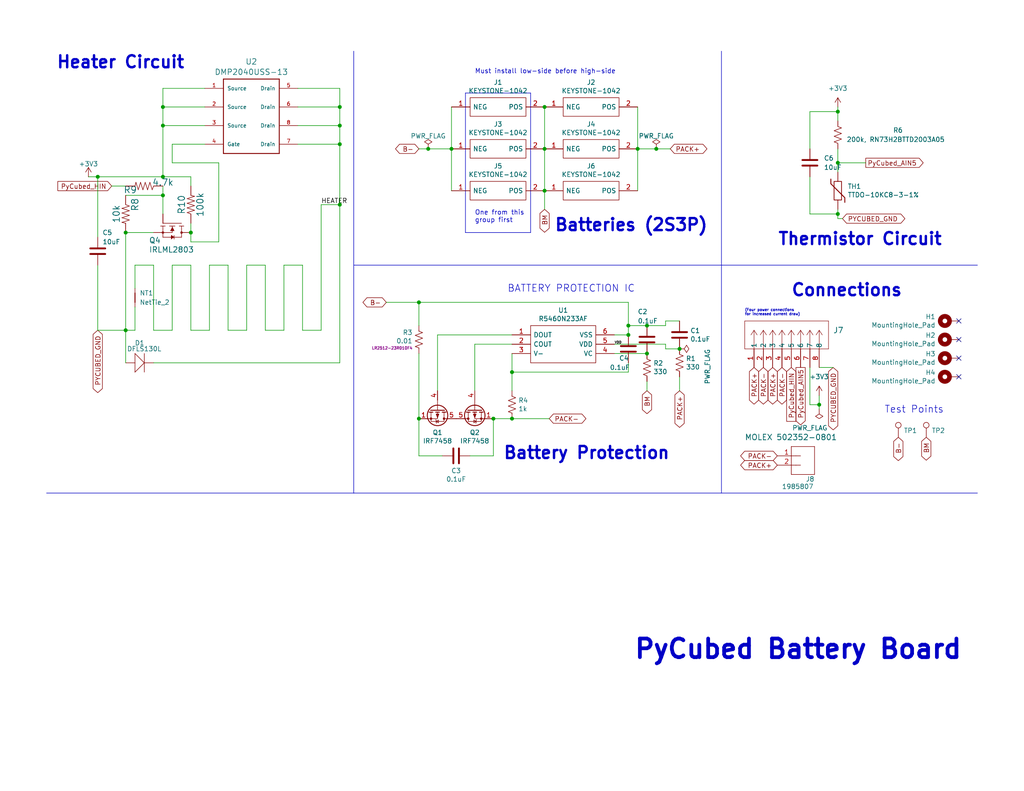
<source format=kicad_sch>
(kicad_sch (version 20231120) (generator "eeschema") (generator_version "8.0")
  (paper "USLetter")
  (title_block (title "PyCubed Battery Board") (date "2024-05-07") (rev "Ver. 2B") (company "SSI") (comment 1 "Original design by Max Holliday, edited by Grant Regen and Sage Wu"))
  (lib_symbols
    (symbol "Connector:TestPoint" (pin_numbers hide) (pin_names (offset 0.762) hide)
      (property "Reference" "TP" (at 0 6.858 0))
      (property "Value" "TestPoint" (at 0 5.08 0))
      (symbol "TestPoint_0_1"
        (circle (center 0 3.302) (radius 0.762))
      )
      (symbol "TestPoint_1_1"
        (pin passive line (at 0 0 90) (length 2.54) (name "1") (number "1"))
      )
    )
    (symbol "Device:C" (pin_numbers hide) (pin_names (offset 0.254))
      (property "Reference" "C" (at 0.635 2.54 0))
      (property "Value" "C" (at 0.635 -2.54 0))
      (symbol "C_0_1"
        (polyline (pts (xy -2.032 -0.762) (xy 2.032 -0.762)) (stroke (width 0.508)))
        (polyline (pts (xy -2.032 0.762) (xy 2.032 0.762)) (stroke (width 0.508)))
      )
      (symbol "C_1_1"
        (pin passive line (at 0 3.81 270) (length 2.794) (name "~") (number "1"))
        (pin passive line (at 0 -3.81 90) (length 2.794) (name "~") (number "2"))
      )
    )
    (symbol "Device:NetTie_2" (pin_numbers hide) (pin_names (offset 0) hide) (in_bom no)
      (property "Reference" "NT" (at 0 1.27 0))
      (property "Value" "NetTie_2" (at 0 -1.27 0))
      (symbol "NetTie_2_0_1"
        (polyline (pts (xy -1.27 0) (xy 1.27 0)) (stroke (width 0.254)))
      )
      (symbol "NetTie_2_1_1"
        (pin passive line (at -2.54 0 0) (length 2.54) (name "1") (number "1"))
        (pin passive line (at 2.54 0 180) (length 2.54) (name "2") (number "2"))
      )
    )
    (symbol "Device:R_US" (pin_numbers hide) (pin_names (offset 0))
      (property "Reference" "R" (at 2.54 0 90))
      (property "Value" "R_US" (at -2.54 0 90))
      (symbol "R_US_0_1"
        (polyline (pts (xy 0 -2.286) (xy 0 -2.54)))
        (polyline (pts (xy 0 2.286) (xy 0 2.54)))
        (polyline (pts (xy 0 -0.762) (xy 1.016 -1.143) (xy 0 -1.524) (xy -1.016 -1.905) (xy 0 -2.286)))
        (polyline (pts (xy 0 0.762) (xy 1.016 0.381) (xy 0 0) (xy -1.016 -0.381) (xy 0 -0.762)))
        (polyline (pts (xy 0 2.286) (xy 1.016 1.905) (xy 0 1.524) (xy -1.016 1.143) (xy 0 0.762)))
      )
      (symbol "R_US_1_1"
        (pin passive line (at 0 3.81 270) (length 1.27) (name "~") (number "1"))
        (pin passive line (at 0 -3.81 90) (length 1.27) (name "~") (number "2"))
      )
    )
    (symbol "Device:Thermistor" (pin_numbers hide) (pin_names (offset 0))
      (property "Reference" "TH" (at 2.54 1.27 90))
      (property "Value" "Thermistor" (at -2.54 0 90))
      (symbol "Thermistor_0_1"
        (rectangle (start -1.016 2.54) (end 1.016 -2.54) (stroke (width 0.2032)))
        (polyline (pts (xy -1.905 3.175) (xy -1.905 1.905) (xy 1.905 -1.905) (xy 1.905 -3.175) (xy 1.905 -3.175)) (stroke (width 0.254)))
      )
      (symbol "Thermistor_1_1"
        (pin passive line (at 0 5.08 270) (length 2.54) (name "~") (number "1"))
        (pin passive line (at 0 -5.08 90) (length 2.54) (name "~") (number "2"))
      )
    )
    (symbol "Mechanical:MountingHole_Pad" (pin_numbers hide) (pin_names (offset 1.016) hide) (exclude_from_sim yes) (in_bom no)
      (property "Reference" "H" (at 0 6.35 0))
      (property "Value" "MountingHole_Pad" (at 0 4.445 0))
      (symbol "MountingHole_Pad_0_1"
        (circle (center 0 1.27) (radius 1.27) (stroke (width 1.27)))
      )
      (symbol "MountingHole_Pad_1_1"
        (pin input line (at 0 -2.54 90) (length 2.54) (name "1") (number "1"))
      )
    )
    (symbol "mainboard:RESISTOR0603" (pin_names (offset 1.016))
      (property "Reference" "R" (at 0 1.524 0))
      (property "Value" "RESISTOR0603" (at 0 -1.524 0))
      (symbol "RESISTOR0603_1_0"
        (polyline (pts (xy -2.54 0) (xy -2.159 1.016)))
        (polyline (pts (xy -2.159 1.016) (xy -1.524 -1.016)))
        (polyline (pts (xy -1.524 -1.016) (xy -0.889 1.016)))
        (polyline (pts (xy -0.889 1.016) (xy -0.254 -1.016)))
        (polyline (pts (xy -0.254 -1.016) (xy 0.381 1.016)))
        (polyline (pts (xy 0.381 1.016) (xy 1.016 -1.016)))
        (polyline (pts (xy 1.016 -1.016) (xy 1.651 1.016)))
        (polyline (pts (xy 1.651 1.016) (xy 2.286 -1.016)))
        (polyline (pts (xy 2.286 -1.016) (xy 2.54 0)))
        (pin passive line (at -5.08 0 0) (length 2.54) (name "1") (number "1"))
        (pin passive line (at 5.08 0 180) (length 2.54) (name "2") (number "2"))
      )
    )
    (symbol "power:+3V3" (power) (pin_numbers hide) (pin_names (offset 0) hide)
      (property "Value" "+3V3" (at 0 3.556 0))
      (symbol "+3V3_0_1"
        (polyline (pts (xy -0.762 1.27) (xy 0 2.54)))
        (polyline (pts (xy 0 0) (xy 0 2.54)))
        (polyline (pts (xy 0 2.54) (xy 0.762 1.27)))
      )
      (symbol "+3V3_1_1"
        (pin power_in line (at 0 0 90) (length 0) (name "~") (number "1"))
      )
    )
    (symbol "power:PWR_FLAG" (power) (pin_numbers hide) (pin_names (offset 0) hide)
      (property "Value" "PWR_FLAG" (at 0 3.81 0))
      (symbol "PWR_FLAG_0_0"
        (pin power_out line (at 0 0 90) (length 0) (name "~") (number "1"))
      )
      (symbol "PWR_FLAG_0_1"
        (polyline (pts (xy 0 0) (xy 0 1.27) (xy -1.016 1.905) (xy 0 2.54) (xy 1.016 1.905) (xy 0 1.27)))
      )
    )
    (symbol "ssi_IC:R5460N233AF" (pin_names (offset 0.762))
      (property "Reference" "U" (at 12.7 3.81 0))
      (property "Value" "R5460N233AF" (at 7.62 -8.89 0))
      (symbol "R5460N233AF_0_0"
        (pin output line (at 0 0 0) (length 5.08) (name "DOUT") (number "1"))
        (pin output line (at 0 -2.54 0) (length 5.08) (name "COUT") (number "2"))
        (pin input line (at 0 -5.08 0) (length 5.08) (name "V-") (number "3"))
        (pin input line (at 27.94 -5.08 180) (length 5.08) (name "VC") (number "4"))
        (pin power_in line (at 27.94 -2.54 180) (length 5.08) (name "VDD") (number "5"))
        (pin power_in line (at 27.94 0 180) (length 5.08) (name "VSS") (number "6"))
      )
      (symbol "R5460N233AF_0_1"
        (polyline (pts (xy 5.08 2.54) (xy 22.86 2.54) (xy 22.86 -7.62) (xy 5.08 -7.62) (xy 5.08 2.54)) (stroke (width 0.1524)))
      )
    )
    (symbol "ssi_connector:1985807" (pin_names (offset 1.016))
      (property "Reference" "JP" (at -2.54 5.842 0))
      (property "Value" "1985807" (at -2.54 -5.08 0))
      (symbol "1985807_1_0"
        (polyline (pts (xy -2.54 5.08) (xy -2.54 -2.54)))
        (polyline (pts (xy -2.54 5.08) (xy 3.81 5.08)))
        (polyline (pts (xy 1.27 0) (xy 2.54 0)))
        (polyline (pts (xy 1.27 2.54) (xy 2.54 2.54)))
        (polyline (pts (xy 3.81 -2.54) (xy -2.54 -2.54)))
        (polyline (pts (xy 3.81 -2.54) (xy 3.81 5.08)))
        (pin passive line (at 7.62 0 180) (length 5.08) (name "1") (number "1"))
        (pin passive line (at 7.62 2.54 180) (length 5.08) (name "2") (number "2"))
      )
    )
    (symbol "ssi_connector:502352-0801" (pin_names (offset 0.254))
      (property "Reference" "J7" (at 10.16 -21.59 90))
      (property "Value" "MOLEX 502352-0801" (at -19.05 2.54 90))
      (symbol "502352-0801_1_1"
        (polyline (pts (xy 5.08 -20.32) (xy 12.7 -20.32)) (stroke (width 0.127)))
        (polyline (pts (xy 5.08 2.54) (xy 5.08 -20.32)) (stroke (width 0.127)))
        (polyline (pts (xy 10.16 -17.78) (xy 5.08 -17.78)) (stroke (width 0.127)))
        (polyline (pts (xy 10.16 -17.78) (xy 8.89 -18.6267)) (stroke (width 0.127)))
        (polyline (pts (xy 10.16 -17.78) (xy 8.89 -16.9333)) (stroke (width 0.127)))
        (polyline (pts (xy 10.16 -15.24) (xy 5.08 -15.24)) (stroke (width 0.127)))
        (polyline (pts (xy 10.16 -15.24) (xy 8.89 -16.0867)) (stroke (width 0.127)))
        (polyline (pts (xy 10.16 -15.24) (xy 8.89 -14.3933)) (stroke (width 0.127)))
        (polyline (pts (xy 10.16 -12.7) (xy 5.08 -12.7)) (stroke (width 0.127)))
        (polyline (pts (xy 10.16 -12.7) (xy 8.89 -13.5467)) (stroke (width 0.127)))
        (polyline (pts (xy 10.16 -12.7) (xy 8.89 -11.8533)) (stroke (width 0.127)))
        (polyline (pts (xy 10.16 -10.16) (xy 5.08 -10.16)) (stroke (width 0.127)))
        (polyline (pts (xy 10.16 -10.16) (xy 8.89 -11.0067)) (stroke (width 0.127)))
        (polyline (pts (xy 10.16 -10.16) (xy 8.89 -9.3133)) (stroke (width 0.127)))
        (polyline (pts (xy 10.16 -7.62) (xy 5.08 -7.62)) (stroke (width 0.127)))
        (polyline (pts (xy 10.16 -7.62) (xy 8.89 -8.4667)) (stroke (width 0.127)))
        (polyline (pts (xy 10.16 -7.62) (xy 8.89 -6.7733)) (stroke (width 0.127)))
        (polyline (pts (xy 10.16 -5.08) (xy 5.08 -5.08)) (stroke (width 0.127)))
        (polyline (pts (xy 10.16 -5.08) (xy 8.89 -5.9267)) (stroke (width 0.127)))
        (polyline (pts (xy 10.16 -5.08) (xy 8.89 -4.2333)) (stroke (width 0.127)))
        (polyline (pts (xy 10.16 -2.54) (xy 5.08 -2.54)) (stroke (width 0.127)))
        (polyline (pts (xy 10.16 -2.54) (xy 8.89 -3.3867)) (stroke (width 0.127)))
        (polyline (pts (xy 10.16 -2.54) (xy 8.89 -1.6933)) (stroke (width 0.127)))
        (polyline (pts (xy 10.16 0) (xy 5.08 0)) (stroke (width 0.127)))
        (polyline (pts (xy 10.16 0) (xy 8.89 -0.8467)) (stroke (width 0.127)))
        (polyline (pts (xy 10.16 0) (xy 8.89 0.8467)) (stroke (width 0.127)))
        (polyline (pts (xy 12.7 -20.32) (xy 12.7 2.54)) (stroke (width 0.127)))
        (polyline (pts (xy 12.7 2.54) (xy 5.08 2.54)) (stroke (width 0.127)))
        (pin passive line (at 0 0 0) (length 5.08) (name "1") (number "1"))
        (pin passive line (at 0 -2.54 0) (length 5.08) (name "2") (number "2"))
        (pin passive line (at 0 -5.08 0) (length 5.08) (name "3") (number "3"))
        (pin passive line (at 0 -7.62 0) (length 5.08) (name "4") (number "4"))
        (pin passive line (at 0 -10.16 0) (length 5.08) (name "5") (number "5"))
        (pin passive line (at 0 -12.7 0) (length 5.08) (name "6") (number "6"))
        (pin passive line (at 0 -15.24 0) (length 5.08) (name "7") (number "7"))
        (pin passive line (at 0 -17.78 0) (length 5.08) (name "8") (number "8"))
      )
    )
    (symbol "ssi_connector:Keystone-1042" (pin_names (offset 0.762))
      (property "Reference" "J" (at 11.43 6.35 0))
      (property "Value" "Keystone-1042" (at 10.16 3.81 0))
      (symbol "Keystone-1042_0_0"
        (pin power_out line (at 0 0 0) (length 5.08) (name "NEG") (number "1"))
        (pin power_out line (at 25.4 0 180) (length 5.08) (name "POS") (number "2"))
      )
      (symbol "Keystone-1042_0_1"
        (polyline (pts (xy 5.08 2.54) (xy 20.32 2.54) (xy 20.32 -2.54) (xy 5.08 -2.54) (xy 5.08 2.54)) (stroke (width 0.1524)))
      )
    )
    (symbol "ssi_diode:DFLS130L" (pin_names (offset 1.016))
      (property "Reference" "D" (at 0 2.54 0))
      (property "Value" "DFLS130L" (at 0 -5.08 0))
      (symbol "DFLS130L_1_0"
        (polyline (pts (xy 0 -2.54) (xy 2.54 0)))
        (polyline (pts (xy 0 2.54) (xy 0 -2.54)))
        (polyline (pts (xy 2.54 0) (xy 0 2.54)))
        (polyline (pts (xy 2.54 2.54) (xy 2.54 -2.54)))
        (pin bidirectional line (at -2.54 0 0) (length 2.54) (name "A") (number "A"))
        (pin bidirectional line (at 5.08 0 180) (length 2.54) (name "C") (number "C"))
      )
    )
    (symbol "ssi_transistor:DMP2040USS-13" (pin_names (offset 1.016))
      (property "Reference" "Q" (at -7.62 10.287 0))
      (property "Value" "DMP2040USS-13" (at -7.493 -12.065 0))
      (symbol "DMP2040USS-13_0_0"
        (polyline (pts (xy -7.62 -10.16) (xy -7.62 10.16)) (stroke (width 0.254)))
        (polyline (pts (xy -7.62 10.16) (xy 7.62 10.16)) (stroke (width 0.254)))
        (polyline (pts (xy 7.62 -10.16) (xy -7.62 -10.16)) (stroke (width 0.254)))
        (polyline (pts (xy 7.62 10.16) (xy 7.62 -10.16)) (stroke (width 0.254)))
        (pin bidirectional line (at -12.7 7.62 0) (length 5.08) (name "Source") (number "1"))
        (pin bidirectional line (at -12.7 2.54 0) (length 5.08) (name "Source") (number "2"))
        (pin bidirectional line (at -12.7 -2.54 0) (length 5.08) (name "Source") (number "3"))
        (pin bidirectional line (at -12.7 -7.62 0) (length 5.08) (name "Gate") (number "4"))
        (pin bidirectional line (at 12.7 7.62 180) (length 5.08) (name "Drain") (number "5"))
        (pin bidirectional line (at 12.7 2.54 180) (length 5.08) (name "Drain") (number "6"))
        (pin bidirectional line (at 12.7 -7.62 180) (length 5.08) (name "Drain") (number "7"))
        (pin bidirectional line (at 12.7 -2.54 180) (length 5.08) (name "Drain") (number "8"))
      )
    )
    (symbol "ssi_transistor:IRF7458" (pin_names hide)
      (property "Reference" "Q1" (at 6.3246 0 90))
      (property "Value" "IRF7458" (at 8.636 0 90))
      (symbol "IRF7458_0_1"
        (polyline (pts (xy 0.254 0) (xy -2.54 0)))
        (polyline (pts (xy 0.254 1.905) (xy 0.254 -1.905)) (stroke (width 0.254)))
        (polyline (pts (xy 0.762 -1.27) (xy 0.762 -2.286)) (stroke (width 0.254)))
        (polyline (pts (xy 0.762 0.508) (xy 0.762 -0.508)) (stroke (width 0.254)))
        (polyline (pts (xy 0.762 2.286) (xy 0.762 1.27)) (stroke (width 0.254)))
        (polyline (pts (xy 2.54 2.54) (xy 2.54 1.778)))
        (polyline (pts (xy 2.54 -2.54) (xy 2.54 0) (xy 0.762 0)))
        (polyline (pts (xy 0.762 1.778) (xy 3.302 1.778) (xy 3.302 -1.778) (xy 0.762 -1.778)))
        (polyline (pts (xy 2.286 0) (xy 1.27 0.381) (xy 1.27 -0.381) (xy 2.286 0)) (fill (type outline)))
        (polyline (pts (xy 2.794 -0.508) (xy 2.921 -0.381) (xy 3.683 -0.381) (xy 3.81 -0.254)))
        (polyline (pts (xy 3.302 -0.381) (xy 2.921 0.254) (xy 3.683 0.254) (xy 3.302 -0.381)))
        (circle (center 1.651 0) (radius 2.794) (stroke (width 0.254)))
        (circle (center 2.54 -1.778) (radius 0.254) (fill (type outline)))
        (circle (center 2.54 1.778) (radius 0.254) (fill (type outline)))
      )
      (symbol "IRF7458_1_1"
        (pin passive line (at 2.54 -5.08 90) (length 2.54) (name "S") (number "1"))
        (pin passive line (at 2.54 -5.08 90) (length 2.54) hide (name "S") (number "2"))
        (pin passive line (at 2.54 -5.08 90) (length 2.54) hide (name "S") (number "3"))
        (pin passive line (at -5.08 0 0) (length 2.54) (name "G") (number "4"))
        (pin passive line (at 2.54 5.08 270) (length 2.54) (name "D") (number "5"))
        (pin passive line (at 2.54 5.08 270) (length 2.54) hide (name "D") (number "6"))
        (pin passive line (at 2.54 5.08 270) (length 2.54) hide (name "D") (number "7"))
        (pin passive line (at 2.54 5.08 270) (length 2.54) hide (name "D") (number "8"))
      )
    )
    (symbol "ssi_transistor:IRLML2803TRPBF" (pin_names (offset 1.016))
      (property "Reference" "Q" (at -11.43 1.27 0))
      (property "Value" "IRLML2803TRPBF" (at -11.43 3.81 0))
      (symbol "IRLML2803TRPBF_1_0"
        (polyline (pts (xy 0 2.54) (xy 0 -2.54)))
        (polyline (pts (xy 0.762 -2.54) (xy 0.762 -3.175)))
        (polyline (pts (xy 0.762 -1.905) (xy 0.762 -2.54)))
        (polyline (pts (xy 0.762 0) (xy 0.762 -0.762)))
        (polyline (pts (xy 0.762 0) (xy 2.54 0)))
        (polyline (pts (xy 0.762 0.762) (xy 0.762 0)))
        (polyline (pts (xy 0.762 2.54) (xy 0.762 1.905)))
        (polyline (pts (xy 0.762 2.54) (xy 3.81 2.54)))
        (polyline (pts (xy 0.762 3.175) (xy 0.762 2.54)))
        (polyline (pts (xy 2.54 -2.54) (xy 0.762 -2.54)))
        (polyline (pts (xy 2.54 -2.54) (xy 3.81 -2.54)))
        (polyline (pts (xy 2.54 0) (xy 2.54 -2.54)))
        (polyline (pts (xy 3.302 0.508) (xy 3.81 0.508)))
        (polyline (pts (xy 3.81 -0.508) (xy 3.81 -2.54)))
        (polyline (pts (xy 3.81 0.508) (xy 3.81 -0.508)))
        (polyline (pts (xy 3.81 0.508) (xy 4.318 0.508)))
        (polyline (pts (xy 3.81 2.54) (xy 3.81 0.508)))
        (polyline (pts (xy 1.016 0) (xy 2.032 0.508) (xy 2.032 -0.508)) (fill (type outline)))
        (polyline (pts (xy 3.81 0.508) (xy 3.302 -0.254) (xy 4.318 -0.254)) (fill (type outline)))
        (circle (center 2.54 -2.54) (radius 0.254))
        (circle (center 2.54 2.54) (radius 0.254))
        (pin passive line (at -2.54 -2.54 0) (length 2.54) (name "G") (number "1"))
        (pin passive line (at 2.54 -5.08 90) (length 2.54) (name "S") (number "2"))
        (pin passive line (at 2.54 5.08 270) (length 2.54) (name "D") (number "3"))
      )
    )
  )
  (junction (at 34.29 90.17))
  (junction (at 185.42 95.25))
  (junction (at 116.84 40.64))
  (junction (at 34.29 63.5))
  (junction (at 139.7 114.3))
  (junction (at 228.6 44.45))
  (junction (at 92.71 29.21))
  (junction (at 139.7 101.6))
  (junction (at 171.45 88.9))
  (junction (at 92.71 34.29))
  (junction (at 44.45 29.21))
  (junction (at 171.45 91.44))
  (junction (at 148.59 52.07))
  (junction (at 92.71 39.37))
  (junction (at 44.45 53.34))
  (junction (at 114.3 82.55))
  (junction (at 223.52 110.49))
  (junction (at 26.67 48.26))
  (junction (at 148.59 29.21))
  (junction (at 173.99 40.64))
  (junction (at 123.19 40.64))
  (junction (at 228.6 58.42))
  (junction (at 92.71 55.88))
  (junction (at 228.6 30.48))
  (junction (at 176.53 96.52))
  (junction (at 179.07 40.64))
  (junction (at 52.07 63.5))
  (junction (at 176.53 88.9))
  (junction (at 148.59 40.64))
  (junction (at 114.3 114.3))
  (junction (at 134.62 114.3))
  (junction (at 44.45 48.26))
  (junction (at 44.45 34.29))
  (no_connect (at 261.62 102.87))
  (no_connect (at 261.62 92.71))
  (no_connect (at 261.62 97.79))
  (no_connect (at 261.62 87.63))
  (wire (pts (xy 82.55 72.39) (xy 77.47 72.39)))
  (wire (pts (xy 171.45 82.55) (xy 114.3 82.55)))
  (wire (pts (xy 44.45 48.26) (xy 44.45 34.29)))
  (wire (pts (xy 46.99 90.17) (xy 41.91 90.17)))
  (wire (pts (xy 171.45 99.06) (xy 171.45 101.6)))
  (wire (pts (xy 114.3 124.46) (xy 114.3 114.3)))
  (wire (pts (xy 148.59 52.07) (xy 148.59 57.15)))
  (wire (pts (xy 52.07 72.39) (xy 46.99 72.39)))
  (wire (pts (xy 139.7 106.68) (xy 139.7 101.6)))
  (wire (pts (xy 36.83 72.39) (xy 36.83 78.74)))
  (wire (pts (xy 46.99 72.39) (xy 46.99 90.17)))
  (wire (pts (xy 34.29 50.8) (xy 30.48 50.8)))
  (wire (pts (xy 34.29 53.34) (xy 44.45 53.34)))
  (wire (pts (xy 59.69 44.45) (xy 46.99 44.45)))
  (wire (pts (xy 92.71 29.21) (xy 92.71 34.29)))
  (wire (pts (xy 176.53 88.9) (xy 181.61 88.9)))
  (wire (pts (xy 41.91 63.5) (xy 34.29 63.5)))
  (wire (pts (xy 62.23 90.17) (xy 62.23 72.39)))
  (wire (pts (xy 59.69 66.04) (xy 59.69 44.45)))
  (wire (pts (xy 67.31 72.39) (xy 67.31 90.17)))
  (wire (pts (xy 44.45 48.26) (xy 52.07 48.26)))
  (wire (pts (xy 41.91 90.17) (xy 41.91 72.39)))
  (wire (pts (xy 223.52 107.95) (xy 223.52 110.49)))
  (polyline (pts (xy 127 25.4) (xy 144.78 25.4)))
  (wire (pts (xy 119.38 91.44) (xy 139.7 91.44)))
  (wire (pts (xy 123.19 52.07) (xy 123.19 40.64)))
  (wire (pts (xy 114.3 40.64) (xy 116.84 40.64)))
  (wire (pts (xy 220.98 40.64) (xy 220.98 30.48)))
  (wire (pts (xy 41.91 99.06) (xy 92.71 99.06)))
  (wire (pts (xy 176.53 106.68) (xy 176.53 104.14)))
  (wire (pts (xy 114.3 114.3) (xy 114.3 96.52)))
  (wire (pts (xy 123.19 40.64) (xy 123.19 29.21)))
  (wire (pts (xy 52.07 90.17) (xy 52.07 72.39)))
  (wire (pts (xy 119.38 106.68) (xy 119.38 91.44)))
  (wire (pts (xy 57.15 90.17) (xy 52.07 90.17)))
  (wire (pts (xy 57.15 72.39) (xy 57.15 90.17)))
  (wire (pts (xy 87.63 90.17) (xy 82.55 90.17)))
  (wire (pts (xy 44.45 24.13) (xy 55.88 24.13)))
  (wire (pts (xy 92.71 55.88) (xy 92.71 39.37)))
  (wire (pts (xy 223.52 111.76) (xy 223.52 110.49)))
  (wire (pts (xy 128.27 124.46) (xy 134.62 124.46)))
  (wire (pts (xy 223.52 110.49) (xy 220.98 110.49)))
  (wire (pts (xy 228.6 44.45) (xy 228.6 40.64)))
  (wire (pts (xy 26.67 90.17) (xy 34.29 90.17)))
  (wire (pts (xy 173.99 40.64) (xy 179.07 40.64)))
  (wire (pts (xy 167.64 91.44) (xy 171.45 91.44)))
  (wire (pts (xy 185.42 106.68) (xy 185.42 102.87)))
  (wire (pts (xy 72.39 90.17) (xy 72.39 72.39)))
  (wire (pts (xy 46.99 44.45) (xy 46.99 39.37)))
  (wire (pts (xy 67.31 90.17) (xy 62.23 90.17)))
  (wire (pts (xy 77.47 72.39) (xy 77.47 90.17)))
  (wire (pts (xy 171.45 88.9) (xy 176.53 88.9)))
  (wire (pts (xy 87.63 55.88) (xy 87.63 90.17)))
  (wire (pts (xy 171.45 88.9) (xy 171.45 91.44)))
  (wire (pts (xy 148.59 40.64) (xy 148.59 52.07)))
  (wire (pts (xy 181.61 88.9) (xy 181.61 87.63)))
  (wire (pts (xy 44.45 29.21) (xy 44.45 34.29)))
  (wire (pts (xy 92.71 55.88) (xy 87.63 55.88)))
  (polyline (pts (xy 12.7 134.62) (xy 96.52 134.62)))
  (wire (pts (xy 134.62 114.3) (xy 139.7 114.3)))
  (wire (pts (xy 181.61 87.63) (xy 185.42 87.63)))
  (wire (pts (xy 171.45 101.6) (xy 139.7 101.6)))
  (wire (pts (xy 171.45 88.9) (xy 171.45 82.55)))
  (wire (pts (xy 77.47 90.17) (xy 72.39 90.17)))
  (wire (pts (xy 114.3 82.55) (xy 105.41 82.55)))
  (polyline (pts (xy 96.52 134.62) (xy 96.52 13.97)))
  (wire (pts (xy 228.6 59.69) (xy 228.6 58.42)))
  (wire (pts (xy 129.54 93.98) (xy 129.54 106.68)))
  (wire (pts (xy 26.67 72.39) (xy 26.67 90.17)))
  (wire (pts (xy 81.28 29.21) (xy 92.71 29.21)))
  (wire (pts (xy 72.39 72.39) (xy 67.31 72.39)))
  (wire (pts (xy 44.45 50.8) (xy 44.45 53.34)))
  (wire (pts (xy 24.13 48.26) (xy 26.67 48.26)))
  (wire (pts (xy 134.62 124.46) (xy 134.62 114.3)))
  (wire (pts (xy 52.07 66.04) (xy 52.07 63.5)))
  (wire (pts (xy 34.29 63.5) (xy 34.29 90.17)))
  (wire (pts (xy 228.6 58.42) (xy 228.6 57.15)))
  (wire (pts (xy 34.29 90.17) (xy 36.83 90.17)))
  (wire (pts (xy 120.65 124.46) (xy 114.3 124.46)))
  (wire (pts (xy 228.6 30.48) (xy 228.6 33.02)))
  (wire (pts (xy 36.83 83.82) (xy 36.83 90.17)))
  (wire (pts (xy 92.71 29.21) (xy 92.71 24.13)))
  (wire (pts (xy 92.71 34.29) (xy 92.71 39.37)))
  (wire (pts (xy 44.45 34.29) (xy 55.88 34.29)))
  (wire (pts (xy 149.86 114.3) (xy 139.7 114.3)))
  (wire (pts (xy 139.7 101.6) (xy 139.7 96.52)))
  (wire (pts (xy 44.45 53.34) (xy 44.45 58.42)))
  (wire (pts (xy 81.28 24.13) (xy 92.71 24.13)))
  (wire (pts (xy 26.67 48.26) (xy 44.45 48.26)))
  (wire (pts (xy 228.6 46.99) (xy 228.6 44.45)))
  (wire (pts (xy 92.71 99.06) (xy 92.71 55.88)))
  (wire (pts (xy 181.61 93.98) (xy 181.61 95.25)))
  (wire (pts (xy 220.98 58.42) (xy 220.98 48.26)))
  (wire (pts (xy 52.07 60.96) (xy 52.07 63.5)))
  (polyline (pts (xy 144.78 25.4) (xy 144.78 63.5)))
  (wire (pts (xy 148.59 29.21) (xy 148.59 40.64)))
  (polyline (pts (xy 144.78 63.5) (xy 127 63.5)))
  (polyline (pts (xy 196.85 13.97) (xy 196.85 134.62)))
  (wire (pts (xy 179.07 40.64) (xy 182.88 40.64)))
  (wire (pts (xy 227.33 100.33) (xy 223.52 100.33)))
  (polyline (pts (xy 96.52 72.39) (xy 266.7 72.39)))
  (wire (pts (xy 173.99 52.07) (xy 173.99 40.64)))
  (wire (pts (xy 228.6 44.45) (xy 236.22 44.45)))
  (polyline (pts (xy 96.52 134.62) (xy 266.7 134.62)))
  (wire (pts (xy 114.3 82.55) (xy 114.3 88.9)))
  (wire (pts (xy 26.67 48.26) (xy 26.67 64.77)))
  (wire (pts (xy 220.98 110.49) (xy 220.98 100.33)))
  (polyline (pts (xy 127 63.5) (xy 127 25.4)))
  (wire (pts (xy 34.29 90.17) (xy 34.29 99.06)))
  (wire (pts (xy 229.87 59.69) (xy 228.6 59.69)))
  (wire (pts (xy 44.45 29.21) (xy 44.45 24.13)))
  (wire (pts (xy 52.07 48.26) (xy 52.07 50.8)))
  (wire (pts (xy 41.91 72.39) (xy 36.83 72.39)))
  (wire (pts (xy 62.23 72.39) (xy 57.15 72.39)))
  (wire (pts (xy 82.55 72.39) (xy 82.55 90.17)))
  (wire (pts (xy 46.99 39.37) (xy 55.88 39.37)))
  (wire (pts (xy 167.64 93.98) (xy 181.61 93.98)))
  (wire (pts (xy 173.99 40.64) (xy 173.99 29.21)))
  (wire (pts (xy 220.98 30.48) (xy 228.6 30.48)))
  (wire (pts (xy 81.28 34.29) (xy 92.71 34.29)))
  (wire (pts (xy 181.61 95.25) (xy 185.42 95.25)))
  (wire (pts (xy 167.64 96.52) (xy 176.53 96.52)))
  (wire (pts (xy 220.98 58.42) (xy 228.6 58.42)))
  (wire (pts (xy 116.84 40.64) (xy 123.19 40.64)))
  (wire (pts (xy 129.54 93.98) (xy 139.7 93.98)))
  (wire (pts (xy 44.45 29.21) (xy 55.88 29.21)))
  (wire (pts (xy 52.07 66.04) (xy 59.69 66.04)))
  (wire (pts (xy 81.28 39.37) (xy 92.71 39.37)))
  (wire (pts (xy 228.6 29.21) (xy 228.6 30.48)))
  (text "Connections" (at 246.38 81.28 0) (effects (font (size 3.2766 3.2766) (thickness 0.6553) (bold yes)) (justify right bottom)))
  (text "(Four power connections \nfor increased current draw)" (at 203.2 86.36 0) (effects (font (size 0.7112 0.7112)) (justify left bottom)))
  (text "One from this \ngroup first" (at 129.54 60.96 0) (effects (font (size 1.27 1.27)) (justify left bottom)))
  (text "PyCubed Battery Board" (at 172.72 180.34 0) (effects (font (size 5.08 5.08) (thickness 1.016) (bold yes)) (justify left bottom)))
  (text "Batteries (2S3P)" (at 151.13 63.5 0) (effects (font (size 3.2766 3.2766) (thickness 0.6553) (bold yes)) (justify left bottom)))
  (text "Heater Circuit" (at 15.24 19.05 0) (effects (font (size 3.2766 3.2766) (thickness 0.6553) (bold yes)) (justify left bottom)))
  (text "Test Points" (at 241.3 113.03 0) (effects (font (size 1.905 1.905)) (justify left bottom)))
  (text "Battery Protection" (at 137.16 125.73 0) (effects (font (size 3.2766 3.2766) (thickness 0.6553) (bold yes)) (justify left bottom)))
  (text "Must install low-side before high-side" (at 129.54 20.32 0) (effects (font (size 1.27 1.27)) (justify left bottom)))
  (text "Thermistor Circuit" (at 212.09 67.31 0) (effects (font (size 3.2766 3.2766) (thickness 0.6553) (bold yes)) (justify left bottom)))
  (text "BATTERY PROTECTION IC" (at 138.43 80.01 0) (effects (font (size 1.905 1.905)) (justify left bottom)))
  (label "HEATER" (at 87.63 55.88 0))
  (label "VDD" (at 167.64 93.98 0) (effects (font (size 0.635 0.635))))
  (global_label "PACK+" (shape bidirectional) (at 210.82 100.33 270) (property "Intersheetrefs" "${INTERSHEET_REFS}" (effects (hide yes))))
  (global_label "PyCubed_AIN5" (shape output) (at 218.44 100.33 270) (property "Intersheetrefs" "${INTERSHEET_REFS}" (effects (hide yes))))
  (global_label "PyCubed_HIN" (shape input) (at 215.9 100.33 270) (property "Intersheetrefs" "${INTERSHEET_REFS}" (effects (hide yes))))
  (global_label "PYCUBED_GND" (shape bidirectional) (at 227.33 100.33 270) (property "Intersheetrefs" "${INTERSHEET_REFS}" (effects (hide yes))))
  (global_label "PACK+" (shape bidirectional) (at 212.09 127 180) (property "Intersheetrefs" "${INTERSHEET_REFS}" (effects (hide yes))))
  (global_label "PYCUBED_GND" (shape bidirectional) (at 229.87 59.69 0) (property "Intersheetrefs" "${INTERSHEET_REFS}" (effects (hide yes))))
  (global_label "PACK+" (shape bidirectional) (at 185.42 106.68 270) (property "Intersheetrefs" "${INTERSHEET_REFS}" (effects (hide yes))))
  (global_label "PACK-" (shape bidirectional) (at 212.09 124.46 180) (property "Intersheetrefs" "${INTERSHEET_REFS}" (effects (hide yes))))
  (global_label "B-" (shape bidirectional) (at 114.3 40.64 180) (property "Intersheetrefs" "${INTERSHEET_REFS}" (effects (hide yes))))
  (global_label "B-" (shape bidirectional) (at 245.11 119.38 270) (property "Intersheetrefs" "${INTERSHEET_REFS}" (effects (hide yes))))
  (global_label "B-" (shape bidirectional) (at 105.41 82.55 180) (property "Intersheetrefs" "${INTERSHEET_REFS}" (effects (hide yes))))
  (global_label "BM" (shape bidirectional) (at 176.53 106.68 270) (property "Intersheetrefs" "${INTERSHEET_REFS}" (effects (hide yes))))
  (global_label "PACK-" (shape bidirectional) (at 149.86 114.3 0) (property "Intersheetrefs" "${INTERSHEET_REFS}" (effects (hide yes))))
  (global_label "BM" (shape bidirectional) (at 148.59 57.15 270) (property "Intersheetrefs" "${INTERSHEET_REFS}" (effects (hide yes))))
  (global_label "PACK-" (shape bidirectional) (at 208.28 100.33 270) (property "Intersheetrefs" "${INTERSHEET_REFS}" (effects (hide yes))))
  (global_label "PYCUBED_GND" (shape bidirectional) (at 26.67 90.17 270) (property "Intersheetrefs" "${INTERSHEET_REFS}" (effects (hide yes))))
  (global_label "PyCubed_HIN" (shape input) (at 30.48 50.8 180) (property "Intersheetrefs" "${INTERSHEET_REFS}" (effects (hide yes))))
  (global_label "PACK+" (shape bidirectional) (at 205.74 100.33 270) (property "Intersheetrefs" "${INTERSHEET_REFS}" (effects (hide yes))))
  (global_label "PACK-" (shape bidirectional) (at 213.36 100.33 270) (property "Intersheetrefs" "${INTERSHEET_REFS}" (effects (hide yes))))
  (global_label "BM" (shape bidirectional) (at 252.73 119.38 270) (property "Intersheetrefs" "${INTERSHEET_REFS}" (effects (hide yes))))
  (global_label "PACK+" (shape bidirectional) (at 182.88 40.64 0) (property "Intersheetrefs" "${INTERSHEET_REFS}" (effects (hide yes))))
  (global_label "PyCubed_AIN5" (shape output) (at 236.22 44.45 0) (property "Intersheetrefs" "${INTERSHEET_REFS}" (effects (hide yes))))
  (symbol (lib_id "ssi_connector:Keystone-1042") (at 148.59 29.21 0) (unit 1)
    (property "Reference" "J2" (at 161.29 22.479 0))
    (property "Value" "KEYSTONE-1042" (at 161.29 24.7904 0))
    (property "Footprint" "ssi_connector:Keystone_1042" (effects (hide yes)))
    (property "Datasheet" "http://www.mouser.com/ds/2/215/042-744829.pdf" (effects (hide yes)))
    (property "Description" "Cylindrical Battery Contacts, Clips, Holders & Springs 18650 S/M PC BATTERY HOLDER" (effects (hide yes)))
    (property "Manufacturer_Name" "Keystone Electronics" (effects (hide yes)))
    (property "Manufacturer_Part_Number" "1042" (effects (hide yes)))
    (property "Mouser Part Number" "534-1042" (effects (hide yes)))
    (property "Mouser Price/Stock" "https://www.mouser.com/Search/Refine.aspx?Keyword=534-1042" (effects (hide yes)))
  )
  (symbol (lib_id "ssi_connector:Keystone-1042") (at 123.19 29.21 0) (unit 1)
    (property "Reference" "J1" (at 135.89 22.479 0))
    (property "Value" "KEYSTONE-1042" (at 135.89 24.7904 0))
    (property "Footprint" "ssi_connector:Keystone_1042" (effects (hide yes)))
    (property "Datasheet" "http://www.mouser.com/ds/2/215/042-744829.pdf" (effects (hide yes)))
    (property "Description" "Cylindrical Battery Contacts, Clips, Holders & Springs 18650 S/M PC BATTERY HOLDER" (effects (hide yes)))
    (property "Manufacturer_Name" "Keystone Electronics" (effects (hide yes)))
    (property "Manufacturer_Part_Number" "1042" (effects (hide yes)))
    (property "Mouser Part Number" "534-1042" (effects (hide yes)))
    (property "Mouser Price/Stock" "https://www.mouser.com/Search/Refine.aspx?Keyword=534-1042" (effects (hide yes)))
  )
  (symbol (lib_id "ssi_connector:Keystone-1042") (at 123.19 40.64 0) (unit 1)
    (property "Reference" "J3" (at 135.89 33.909 0))
    (property "Value" "KEYSTONE-1042" (at 135.89 36.2204 0))
    (property "Footprint" "ssi_connector:Keystone_1042" (effects (hide yes)))
    (property "Datasheet" "http://www.mouser.com/ds/2/215/042-744829.pdf" (effects (hide yes)))
    (property "Description" "Cylindrical Battery Contacts, Clips, Holders & Springs 18650 S/M PC BATTERY HOLDER" (effects (hide yes)))
    (property "Manufacturer_Name" "Keystone Electronics" (effects (hide yes)))
    (property "Manufacturer_Part_Number" "1042" (effects (hide yes)))
    (property "Mouser Part Number" "534-1042" (effects (hide yes)))
    (property "Mouser Price/Stock" "https://www.mouser.com/Search/Refine.aspx?Keyword=534-1042" (effects (hide yes)))
  )
  (symbol (lib_id "ssi_connector:Keystone-1042") (at 148.59 40.64 0) (unit 1)
    (property "Reference" "J4" (at 161.29 33.909 0))
    (property "Value" "KEYSTONE-1042" (at 161.29 36.2204 0))
    (property "Footprint" "ssi_connector:Keystone_1042" (effects (hide yes)))
    (property "Datasheet" "http://www.mouser.com/ds/2/215/042-744829.pdf" (effects (hide yes)))
    (property "Description" "Cylindrical Battery Contacts, Clips, Holders & Springs 18650 S/M PC BATTERY HOLDER" (effects (hide yes)))
    (property "Manufacturer_Name" "Keystone Electronics" (effects (hide yes)))
    (property "Manufacturer_Part_Number" "1042" (effects (hide yes)))
    (property "Mouser Part Number" "534-1042" (effects (hide yes)))
    (property "Mouser Price/Stock" "https://www.mouser.com/Search/Refine.aspx?Keyword=534-1042" (effects (hide yes)))
  )
  (symbol (lib_id "ssi_connector:Keystone-1042") (at 123.19 52.07 0) (unit 1)
    (property "Reference" "J5" (at 135.89 45.339 0))
    (property "Value" "KEYSTONE-1042" (at 135.89 47.6504 0))
    (property "Footprint" "ssi_connector:Keystone_1042" (effects (hide yes)))
    (property "Datasheet" "http://www.mouser.com/ds/2/215/042-744829.pdf" (effects (hide yes)))
    (property "Description" "Cylindrical Battery Contacts, Clips, Holders & Springs 18650 S/M PC BATTERY HOLDER" (effects (hide yes)))
    (property "Manufacturer_Name" "Keystone Electronics" (effects (hide yes)))
    (property "Manufacturer_Part_Number" "1042" (effects (hide yes)))
    (property "Mouser Part Number" "534-1042" (effects (hide yes)))
    (property "Mouser Price/Stock" "https://www.mouser.com/Search/Refine.aspx?Keyword=534-1042" (effects (hide yes)))
  )
  (symbol (lib_id "ssi_connector:Keystone-1042") (at 148.59 52.07 0) (unit 1)
    (property "Reference" "J6" (at 161.29 45.339 0))
    (property "Value" "KEYSTONE-1042" (at 161.29 47.6504 0))
    (property "Footprint" "ssi_connector:Keystone_1042" (effects (hide yes)))
    (property "Datasheet" "http://www.mouser.com/ds/2/215/042-744829.pdf" (effects (hide yes)))
    (property "Description" "Cylindrical Battery Contacts, Clips, Holders & Springs 18650 S/M PC BATTERY HOLDER" (effects (hide yes)))
    (property "Manufacturer_Name" "Keystone Electronics" (effects (hide yes)))
    (property "Manufacturer_Part_Number" "1042" (effects (hide yes)))
    (property "Mouser Part Number" "534-1042" (effects (hide yes)))
    (property "Mouser Price/Stock" "https://www.mouser.com/Search/Refine.aspx?Keyword=534-1042" (effects (hide yes)))
  )
  (symbol (lib_id "ssi_IC:R5460N233AF") (at 139.7 91.44 0) (unit 1)
    (property "Reference" "U1" (at 153.67 84.709 0))
    (property "Value" "R5460N233AF" (at 153.67 87.0204 0))
    (property "Footprint" "Package_TO_SOT_SMD:SOT-23-6" (effects (hide yes)))
    (property "Datasheet" "http://www.mouser.com/datasheet/2/792/r5460-e-1085730.pdf" (effects (hide yes)))
    (property "Description" "Battery Management 2-Cell Li-ion Protection IC" (effects (hide yes)))
    (property "Height" "1.3" (effects (hide yes)))
    (property "Manufacturer_Name" "Ricoh Electronic Devices Company" (effects (hide yes)))
    (property "Manufacturer_Part_Number" "R5460N233AF-TR-FE" (effects (hide yes)))
    (property "Mouser Part Number" "848-R5460N233AFTRFE" (effects (hide yes)))
    (property "Mouser Price/Stock" "https://www.mouser.com/Search/Refine.aspx?Keyword=848-R5460N233AFTRFE" (effects (hide yes)))
  )
  (symbol (lib_id "Connector:TestPoint") (at 245.11 119.38 0) (unit 1)
    (property "Reference" "TP1" (at 246.5832 117.5512 0) (effects (justify left)))
    (property "Value" "TestPoint" (effects (hide yes)))
    (property "Footprint" "TestPoint:TestPoint_Loop_D1.80mm_Drill1.0mm_Beaded" (effects (hide yes)))
    (property "DNP" "DNP" (effects (hide yes)))
  )
  (symbol (lib_id "Connector:TestPoint") (at 252.73 119.38 0) (unit 1)
    (property "Reference" "TP2" (at 254.2032 117.5512 0) (effects (justify left)))
    (property "Value" "TestPoint" (effects (hide yes)))
    (property "Footprint" "TestPoint:TestPoint_Loop_D1.80mm_Drill1.0mm_Beaded" (effects (hide yes)))
    (property "DNP" "DNP" (effects (hide yes)))
  )
  (symbol (lib_id "ssi_transistor:IRF7458") (at 129.54 111.76 90) (mirror x) (unit 1)
    (property "Reference" "Q2" (at 129.54 118.0846 90))
    (property "Value" "IRF7458" (at 129.54 120.396 90))
    (property "Footprint" "Package_SO:SOIC-8_3.9x4.9mm_P1.27mm" (effects (hide yes)))
    (property "Datasheet" "https://www.infineon.com/dgdl/irf7458pbf.pdf?fileId=5546d462533600a4015355fecb231bfe" (effects (hide yes)))
    (property "Description" "N-Channel 30 V 14A (Ta) 2.5W (Ta) Surface Mount 8-SO" (effects (hide yes)))
  )
  (symbol (lib_id "ssi_transistor:IRF7458") (at 119.38 111.76 270) (unit 1)
    (property "Reference" "Q1" (at 119.38 118.0846 90))
    (property "Value" "IRF7458" (at 119.38 120.396 90))
    (property "Footprint" "Package_SO:SOIC-8_3.9x4.9mm_P1.27mm" (effects (hide yes)))
    (property "Datasheet" "https://www.infineon.com/dgdl/irf7458pbf.pdf?fileId=5546d462533600a4015355fecb231bfe" (effects (hide yes)))
    (property "Description" "N-Channel 30 V 14A (Ta) 2.5W (Ta) Surface Mount 8-SO" (effects (hide yes)))
  )
  (symbol (lib_id "Device:R_US") (at 176.53 100.33 180) (unit 1)
    (property "Reference" "R2" (at 178.2572 99.1616 0) (effects (justify right)))
    (property "Value" "330" (at 178.2572 101.473 0) (effects (justify right)))
    (property "Footprint" "Resistor_SMD:R_0603_1608Metric" (effects (hide yes)))
  )
  (symbol (lib_id "Device:C") (at 176.53 92.71 0) (unit 1)
    (property "Reference" "C2" (at 173.99 85.09 0) (effects (justify left)))
    (property "Value" "0.1uF" (at 173.99 87.63 0) (effects (justify left)))
    (property "Footprint" "Capacitor_SMD:C_0603_1608Metric" (effects (hide yes)))
  )
  (symbol (lib_id "Device:C") (at 185.42 91.44 0) (unit 1)
    (property "Reference" "C1" (at 188.341 90.2716 0) (effects (justify left)))
    (property "Value" "0.1uF" (at 188.341 92.583 0) (effects (justify left)))
    (property "Footprint" "Capacitor_SMD:C_0603_1608Metric" (effects (hide yes)))
  )
  (symbol (lib_id "Device:R_US") (at 185.42 99.06 180) (unit 1)
    (property "Reference" "R1" (at 187.1472 97.8916 0) (effects (justify right)))
    (property "Value" "330" (at 187.1472 100.203 0) (effects (justify right)))
    (property "Footprint" "Resistor_SMD:R_0603_1608Metric" (effects (hide yes)))
  )
  (symbol (lib_id "Device:R_US") (at 139.7 110.49 0) (unit 1)
    (property "Reference" "R4" (at 141.4272 109.3216 0) (effects (justify left)))
    (property "Value" "1k" (at 141.4272 111.633 0) (effects (justify left)))
    (property "Footprint" "Resistor_SMD:R_0603_1608Metric" (effects (hide yes)))
    (property "Manufacturer_Part_Number" "LR2512-23R010F4" (effects (hide yes)))
  )
  (symbol (lib_id "Device:C") (at 171.45 95.25 0) (unit 1)
    (property "Reference" "C4" (at 168.91 97.79 0) (effects (justify left)))
    (property "Value" "0.1uF" (at 166.37 100.33 0) (effects (justify left)))
    (property "Footprint" "Capacitor_SMD:C_0603_1608Metric" (effects (hide yes)))
  )
  (symbol (lib_id "Device:R_US") (at 114.3 92.71 0) (unit 1)
    (property "Reference" "R3" (at 112.5728 90.7796 0) (effects (justify right)))
    (property "Value" "0.01" (at 112.5728 93.091 0) (effects (justify right)))
    (property "Footprint" "Resistor_SMD:R_2512_6332Metric" (effects (hide yes)))
    (property "PN" "LR2512-23R010F4" (at 112.5728 95.0214 0) (effects (font (size 0.762 0.762)) (justify right)))
  )
  (symbol (lib_id "Device:C") (at 124.46 124.46 90) (unit 1)
    (property "Reference" "C3" (at 124.46 128.524 90))
    (property "Value" "0.1uF" (at 124.46 130.8354 90))
    (property "Footprint" "Capacitor_SMD:C_0603_1608Metric" (effects (hide yes)))
  )
  (symbol (lib_id "Mechanical:MountingHole_Pad") (at 259.08 87.63 90) (mirror x) (unit 1) (exclude_from_sim yes) (in_bom no)
    (property "Reference" "H1" (at 255.27 86.4616 90) (effects (justify left)))
    (property "Value" "MountingHole_Pad" (at 255.27 88.773 90) (effects (justify left)))
    (property "Footprint" "ssi_mountinghole:MountingHole_3.2mm_M3_DIN965_PadMOD" (effects (hide yes)))
    (property "DNP" "DNP" (effects (hide yes)))
  )
  (symbol (lib_id "Mechanical:MountingHole_Pad") (at 259.08 92.71 90) (mirror x) (unit 1) (exclude_from_sim yes) (in_bom no)
    (property "Reference" "H2" (at 255.27 91.5416 90) (effects (justify left)))
    (property "Value" "MountingHole_Pad" (at 255.27 93.853 90) (effects (justify left)))
    (property "Footprint" "ssi_mountinghole:MountingHole_3.2mm_M3_DIN965_PadMOD" (effects (hide yes)))
    (property "DNP" "DNP" (effects (hide yes)))
  )
  (symbol (lib_id "Mechanical:MountingHole_Pad") (at 259.08 97.79 90) (mirror x) (unit 1) (exclude_from_sim yes) (in_bom no)
    (property "Reference" "H3" (at 255.27 96.6216 90) (effects (justify left)))
    (property "Value" "MountingHole_Pad" (at 255.27 98.933 90) (effects (justify left)))
    (property "Footprint" "ssi_mountinghole:MountingHole_3.2mm_M3_DIN965_PadMOD" (effects (hide yes)))
    (property "DNP" "DNP" (effects (hide yes)))
  )
  (symbol (lib_id "Mechanical:MountingHole_Pad") (at 259.08 102.87 90) (mirror x) (unit 1) (exclude_from_sim yes) (in_bom no)
    (property "Reference" "H4" (at 255.27 101.7016 90) (effects (justify left)))
    (property "Value" "MountingHole_Pad" (at 255.27 104.013 90) (effects (justify left)))
    (property "Footprint" "ssi_mountinghole:MountingHole_3.2mm_M3_DIN965_PadMOD" (effects (hide yes)))
    (property "DNP" "DNP" (effects (hide yes)))
  )
  (symbol (lib_id "ssi_connector:1985807") (at 219.71 124.46 180) (unit 1)
    (property "Reference" "J8" (at 222.25 130.81 0) (effects (justify left)))
    (property "Value" "1985807" (at 221.996 132.842 0) (effects (justify left)))
    (property "Footprint" "ssi_connector:1985807" (effects (hide yes)))
    (property "Datasheet" "https://www.mouser.com/datasheet/2/324/4/1985807-1458929.pdf" (effects (hide yes)))
    (property "Description" "2-pin Screw Terminal - Side Entry" (effects (hide yes)))
    (property "DNP" "DNP" (effects (hide yes)))
  )
  (symbol (lib_id "Device:R_US") (at 228.6 36.83 0) (unit 1)
    (property "Reference" "R6" (at 246.38 35.56 0) (effects (justify right)))
    (property "Value" "200k, RN73H2BTTD2003A05" (at 257.81 38.1 0) (effects (justify right)))
    (property "Footprint" "Resistor_SMD:R_1206_3216Metric" (effects (hide yes)))
  )
  (symbol (lib_id "Device:Thermistor") (at 228.6 52.07 0) (unit 1)
    (property "Reference" "TH1" (at 231.267 50.9016 0) (effects (justify left)))
    (property "Value" "TTDO-10KC8-3-1%" (at 231.267 53.213 0) (effects (justify left)))
    (property "Footprint" "Resistor_THT:R_Axial_DIN0204_L3.6mm_D1.6mm_P5.08mm_Horizontal" (effects (hide yes)))
  )
  (symbol (lib_id "mainboard:RESISTOR0603") (at 39.37 50.8 180) (unit 1)
    (property "Reference" "R9" (at 35.56 50.8 0) (effects (font (size 1.778 1.778)) (justify bottom)))
    (property "Value" "4.7k" (at 44.45 50.8 0) (effects (font (size 1.778 1.778)) (justify top)))
    (property "Footprint" "Resistor_SMD:R_0603_1608Metric" (effects (hide yes)))
    (property "Description" "4.7k 0603" (effects (hide yes)))
  )
  (symbol (lib_id "power:PWR_FLAG") (at 223.52 111.76 180) (unit 1)
    (property "Reference" "#FLG01" (effects (hide yes)))
    (property "Value" "PWR_FLAG" (at 220.98 116.84 0))
  )
  (symbol (lib_id "Device:NetTie_2") (at 36.83 81.28 90) (unit 1) (in_bom no)
    (property "Reference" "NT1" (at 38.1 80.01 90) (effects (justify right)))
    (property "Value" "NetTie_2" (at 38.1 82.55 90) (effects (justify right)))
    (property "Footprint" "NetTie:NetTie-2_SMD_Pad0.5mm" (effects (hide yes)))
  )
  (symbol (lib_id "mainboard:RESISTOR0603") (at 34.29 58.42 270) (unit 1)
    (property "Reference" "R8" (at 35.814 55.88 0) (effects (font (size 1.778 1.778)) (justify bottom)))
    (property "Value" "10k" (at 32.766 58.42 0) (effects (font (size 1.778 1.778)) (justify top)))
    (property "Footprint" "Resistor_SMD:R_0603_1608Metric" (effects (hide yes)))
    (property "Description" "10k 0603" (effects (hide yes)))
  )
  (symbol (lib_id "power:PWR_FLAG") (at 179.07 40.64 0) (unit 1)
    (property "Reference" "#FLG02" (effects (hide yes)))
    (property "Value" "PWR_FLAG" (at 179.07 37.1381 0))
  )
  (symbol (lib_id "power:+3V3") (at 228.6 29.21 0) (unit 1)
    (property "Reference" "#PWR02" (effects (hide yes)))
    (property "Value" "+3V3" (at 228.6 24.13 0))
  )
  (symbol (lib_id "power:PWR_FLAG") (at 185.42 95.25 270) (unit 1)
    (property "Reference" "#FLG04" (effects (hide yes)))
    (property "Value" "PWR_FLAG" (at 193.04 95.25 0) (effects (justify left)))
  )
  (symbol (lib_id "ssi_connector:502352-0801") (at 205.74 100.33 90) (unit 1)
    (property "Reference" "J7" (at 227.33 90.17 90) (effects (font (size 1.524 1.524)) (justify right)))
    (property "Value" "MOLEX 502352-0801" (at 203.2 119.38 90) (effects (font (size 1.524 1.524)) (justify right)))
    (property "Footprint" "ssi_connector:Molex_502352-0801" (effects (hide yes)))
    (property "Datasheet" "502352-0801" (effects (hide yes)))
  )
  (symbol (lib_id "ssi_transistor:DMP2040USS-13") (at 68.58 31.75 0) (unit 1)
    (property "Reference" "U2" (at 68.58 16.8326 0) (effects (font (size 1.524 1.524))))
    (property "Value" "DMP2040USS-13" (at 68.58 19.6655 0) (effects (font (size 1.524 1.524))))
    (property "Footprint" "ssi_transistor:DMP2040USS-13" (effects (hide yes)))
    (property "Datasheet" "https://www.infineon.com/dgdl/irf7404pbf.pdf?fileId=5546d462533600a4015355fa31be1ba0" (effects (hide yes)))
    (property "Description" "P-Channel MOSFET" (effects (hide yes)))
    (property "Field4" "ON Semiconductor" (effects (hide yes)))
    (property "Field7" "IRF7404TRPBF" (effects (hide yes)))
    (property "Field8" "SO-8 ON Semiconductor" (effects (hide yes)))
  )
  (symbol (lib_id "power:PWR_FLAG") (at 116.84 40.64 0) (unit 1)
    (property "Reference" "#FLG03" (effects (hide yes)))
    (property "Value" "PWR_FLAG" (at 116.84 37.1381 0))
  )
  (symbol (lib_id "power:+3V3") (at 223.52 107.95 0) (unit 1)
    (property "Reference" "#PWR01" (effects (hide yes)))
    (property "Value" "+3V3" (at 223.52 102.87 0))
  )
  (symbol (lib_id "ssi_diode:DFLS130L") (at 36.83 99.06 0) (unit 1)
    (property "Reference" "D1" (at 38.1 93.6371 0))
    (property "Value" "DFLS130L" (at 39.37 95.25 0))
    (property "Footprint" "ssi_diode:PWRDI-123" (effects (hide yes)))
    (property "Sim.Device" "D" (effects (hide yes)))
    (property "Sim.Pins" "1=K 2=A" (effects (hide yes)))
  )
  (symbol (lib_id "ssi_transistor:IRLML2803TRPBF") (at 46.99 60.96 270) (unit 1)
    (property "Reference" "Q4" (at 40.64 64.77 90) (effects (font (size 1.4986 1.4986)) (justify left top)))
    (property "Value" "IRLML2803" (at 40.64 67.31 90) (effects (font (size 1.4986 1.4986)) (justify left top)))
    (property "Footprint" "ssi_transistor:SOT-23" (effects (hide yes)))
    (property "Datasheet" "https://www.infineon.com/dgdl/irlml2803pbf.pdf?fileId=5546d462533600a4015356682aff260f" (effects (hide yes)))
    (property "Description" "Single N-Channel MOSFET" (effects (hide yes)))
    (property "Flight" "MMBT2222AT " (effects (hide yes)))
    (property "Manufacturer_Name" "ON Semiconductor" (effects (hide yes)))
    (property "Manufacturer_Part_Number" "MMBT2222AT " (effects (hide yes)))
    (property "Proto" "2302" (effects (hide yes)))
  )
  (symbol (lib_id "Device:C") (at 220.98 44.45 0) (unit 1)
    (property "Reference" "C6" (at 224.79 43.18 0) (effects (justify left)))
    (property "Value" "10uF" (at 224.79 45.72 0) (effects (justify left)))
    (property "Footprint" "Capacitor_SMD:C_0603_1608Metric" (effects (hide yes)))
  )
  (symbol (lib_id "Device:C") (at 26.67 68.58 0) (unit 1)
    (property "Reference" "C5" (at 27.94 63.5 0) (effects (justify left)))
    (property "Value" "10uF" (at 27.94 66.04 0) (effects (justify left)))
    (property "Footprint" "Capacitor_SMD:C_0603_1608Metric" (effects (hide yes)))
  )
  (symbol (lib_id "mainboard:RESISTOR0603") (at 52.07 55.88 90) (unit 1)
    (property "Reference" "R10" (at 50.546 55.88 0) (effects (font (size 1.778 1.778)) (justify bottom)))
    (property "Value" "100k" (at 53.594 55.88 0) (effects (font (size 1.778 1.778)) (justify top)))
    (property "Footprint" "Resistor_SMD:R_0603_1608Metric" (effects (hide yes)))
    (property "Description" "100K 0603" (effects (hide yes)))
  )
  (symbol (lib_id "power:+3V3") (at 24.13 48.26 0) (unit 1)
    (property "Reference" "#PWR03" (effects (hide yes)))
    (property "Value" "+3V3" (at 24.13 44.7581 0))
  )
)
</source>
